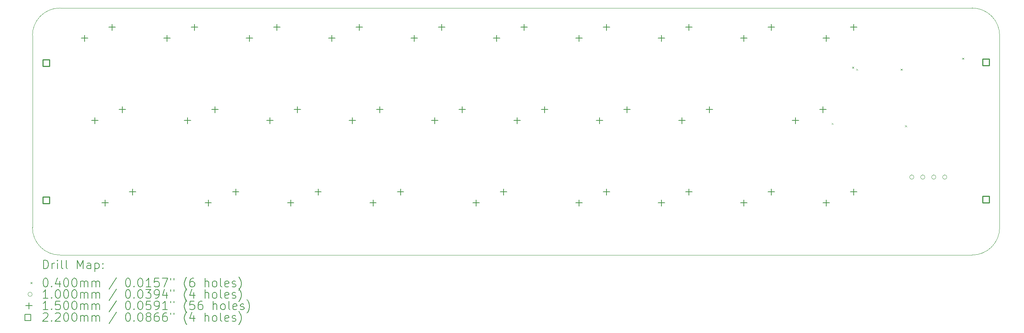
<source format=gbr>
%TF.GenerationSoftware,KiCad,Pcbnew,7.0.7*%
%TF.CreationDate,2023-08-31T12:53:35+10:00*%
%TF.ProjectId,qaz,71617a2e-6b69-4636-9164-5f7063625858,rev?*%
%TF.SameCoordinates,Original*%
%TF.FileFunction,Drillmap*%
%TF.FilePolarity,Positive*%
%FSLAX45Y45*%
G04 Gerber Fmt 4.5, Leading zero omitted, Abs format (unit mm)*
G04 Created by KiCad (PCBNEW 7.0.7) date 2023-08-31 12:53:35*
%MOMM*%
%LPD*%
G01*
G04 APERTURE LIST*
%ADD10C,0.100000*%
%ADD11C,0.200000*%
%ADD12C,0.040000*%
%ADD13C,0.150000*%
%ADD14C,0.220000*%
G04 APERTURE END LIST*
D10*
X27440187Y-3454400D02*
X27440187Y-7899400D01*
X5080000Y-7899400D02*
G75*
G03*
X5715000Y-8534400I635000J0D01*
G01*
X27440190Y-3454400D02*
G75*
G03*
X26805187Y-2819400I-635000J0D01*
G01*
X5080000Y-7899400D02*
X5080000Y-3454400D01*
X5715000Y-2819400D02*
X26805187Y-2819400D01*
X5715000Y-2819400D02*
G75*
G03*
X5080000Y-3454400I0J-635000D01*
G01*
X26805187Y-8534397D02*
G75*
G03*
X27440187Y-7899400I3J634997D01*
G01*
X26805187Y-8534400D02*
X5715000Y-8534400D01*
D11*
D12*
X23555000Y-5475350D02*
X23595000Y-5515350D01*
X23595000Y-5475350D02*
X23555000Y-5515350D01*
X24030000Y-4178350D02*
X24070000Y-4218350D01*
X24070000Y-4178350D02*
X24030000Y-4218350D01*
X24122270Y-4223350D02*
X24162270Y-4263350D01*
X24162270Y-4223350D02*
X24122270Y-4263350D01*
X25151400Y-4221800D02*
X25191400Y-4261800D01*
X25191400Y-4221800D02*
X25151400Y-4261800D01*
X25255000Y-5530000D02*
X25295000Y-5570000D01*
X25295000Y-5530000D02*
X25255000Y-5570000D01*
X26573800Y-3967800D02*
X26613800Y-4007800D01*
X26613800Y-3967800D02*
X26573800Y-4007800D01*
D10*
X25458500Y-6730500D02*
G75*
G03*
X25458500Y-6730500I-50000J0D01*
G01*
X25712500Y-6730500D02*
G75*
G03*
X25712500Y-6730500I-50000J0D01*
G01*
X25966500Y-6730500D02*
G75*
G03*
X25966500Y-6730500I-50000J0D01*
G01*
X26220500Y-6730500D02*
G75*
G03*
X26220500Y-6730500I-50000J0D01*
G01*
D13*
X6286500Y-3442900D02*
X6286500Y-3592900D01*
X6211500Y-3517900D02*
X6361500Y-3517900D01*
X6524625Y-5347900D02*
X6524625Y-5497900D01*
X6449625Y-5422900D02*
X6599625Y-5422900D01*
X6762750Y-7252900D02*
X6762750Y-7402900D01*
X6687750Y-7327900D02*
X6837750Y-7327900D01*
X6921500Y-3188900D02*
X6921500Y-3338900D01*
X6846500Y-3263900D02*
X6996500Y-3263900D01*
X7159625Y-5093900D02*
X7159625Y-5243900D01*
X7084625Y-5168900D02*
X7234625Y-5168900D01*
X7397750Y-6998900D02*
X7397750Y-7148900D01*
X7322750Y-7073900D02*
X7472750Y-7073900D01*
X8191500Y-3442900D02*
X8191500Y-3592900D01*
X8116500Y-3517900D02*
X8266500Y-3517900D01*
X8667750Y-5347900D02*
X8667750Y-5497900D01*
X8592750Y-5422900D02*
X8742750Y-5422900D01*
X8826500Y-3188900D02*
X8826500Y-3338900D01*
X8751500Y-3263900D02*
X8901500Y-3263900D01*
X9144000Y-7252900D02*
X9144000Y-7402900D01*
X9069000Y-7327900D02*
X9219000Y-7327900D01*
X9302750Y-5093900D02*
X9302750Y-5243900D01*
X9227750Y-5168900D02*
X9377750Y-5168900D01*
X9779000Y-6998900D02*
X9779000Y-7148900D01*
X9704000Y-7073900D02*
X9854000Y-7073900D01*
X10096500Y-3442900D02*
X10096500Y-3592900D01*
X10021500Y-3517900D02*
X10171500Y-3517900D01*
X10572750Y-5347900D02*
X10572750Y-5497900D01*
X10497750Y-5422900D02*
X10647750Y-5422900D01*
X10731500Y-3188900D02*
X10731500Y-3338900D01*
X10656500Y-3263900D02*
X10806500Y-3263900D01*
X11049000Y-7252900D02*
X11049000Y-7402900D01*
X10974000Y-7327900D02*
X11124000Y-7327900D01*
X11207750Y-5093900D02*
X11207750Y-5243900D01*
X11132750Y-5168900D02*
X11282750Y-5168900D01*
X11684000Y-6998900D02*
X11684000Y-7148900D01*
X11609000Y-7073900D02*
X11759000Y-7073900D01*
X12001500Y-3442900D02*
X12001500Y-3592900D01*
X11926500Y-3517900D02*
X12076500Y-3517900D01*
X12477750Y-5347900D02*
X12477750Y-5497900D01*
X12402750Y-5422900D02*
X12552750Y-5422900D01*
X12636500Y-3188900D02*
X12636500Y-3338900D01*
X12561500Y-3263900D02*
X12711500Y-3263900D01*
X12954000Y-7252900D02*
X12954000Y-7402900D01*
X12879000Y-7327900D02*
X13029000Y-7327900D01*
X13112750Y-5093900D02*
X13112750Y-5243900D01*
X13037750Y-5168900D02*
X13187750Y-5168900D01*
X13589000Y-6998900D02*
X13589000Y-7148900D01*
X13514000Y-7073900D02*
X13664000Y-7073900D01*
X13906500Y-3442900D02*
X13906500Y-3592900D01*
X13831500Y-3517900D02*
X13981500Y-3517900D01*
X14382750Y-5347900D02*
X14382750Y-5497900D01*
X14307750Y-5422900D02*
X14457750Y-5422900D01*
X14541500Y-3188900D02*
X14541500Y-3338900D01*
X14466500Y-3263900D02*
X14616500Y-3263900D01*
X15017750Y-5093900D02*
X15017750Y-5243900D01*
X14942750Y-5168900D02*
X15092750Y-5168900D01*
X15335250Y-7252900D02*
X15335250Y-7402900D01*
X15260250Y-7327900D02*
X15410250Y-7327900D01*
X15811500Y-3442900D02*
X15811500Y-3592900D01*
X15736500Y-3517900D02*
X15886500Y-3517900D01*
X15970250Y-6998900D02*
X15970250Y-7148900D01*
X15895250Y-7073900D02*
X16045250Y-7073900D01*
X16287750Y-5347900D02*
X16287750Y-5497900D01*
X16212750Y-5422900D02*
X16362750Y-5422900D01*
X16446500Y-3188900D02*
X16446500Y-3338900D01*
X16371500Y-3263900D02*
X16521500Y-3263900D01*
X16922750Y-5093900D02*
X16922750Y-5243900D01*
X16847750Y-5168900D02*
X16997750Y-5168900D01*
X17716500Y-3442900D02*
X17716500Y-3592900D01*
X17641500Y-3517900D02*
X17791500Y-3517900D01*
X17716500Y-7252900D02*
X17716500Y-7402900D01*
X17641500Y-7327900D02*
X17791500Y-7327900D01*
X18192750Y-5347900D02*
X18192750Y-5497900D01*
X18117750Y-5422900D02*
X18267750Y-5422900D01*
X18351500Y-3188900D02*
X18351500Y-3338900D01*
X18276500Y-3263900D02*
X18426500Y-3263900D01*
X18351500Y-6998900D02*
X18351500Y-7148900D01*
X18276500Y-7073900D02*
X18426500Y-7073900D01*
X18827750Y-5093900D02*
X18827750Y-5243900D01*
X18752750Y-5168900D02*
X18902750Y-5168900D01*
X19621500Y-3442900D02*
X19621500Y-3592900D01*
X19546500Y-3517900D02*
X19696500Y-3517900D01*
X19621500Y-7252900D02*
X19621500Y-7402900D01*
X19546500Y-7327900D02*
X19696500Y-7327900D01*
X20097750Y-5347900D02*
X20097750Y-5497900D01*
X20022750Y-5422900D02*
X20172750Y-5422900D01*
X20256500Y-3188900D02*
X20256500Y-3338900D01*
X20181500Y-3263900D02*
X20331500Y-3263900D01*
X20256500Y-6998900D02*
X20256500Y-7148900D01*
X20181500Y-7073900D02*
X20331500Y-7073900D01*
X20732750Y-5093900D02*
X20732750Y-5243900D01*
X20657750Y-5168900D02*
X20807750Y-5168900D01*
X21526500Y-3442900D02*
X21526500Y-3592900D01*
X21451500Y-3517900D02*
X21601500Y-3517900D01*
X21526500Y-7252900D02*
X21526500Y-7402900D01*
X21451500Y-7327900D02*
X21601500Y-7327900D01*
X22161500Y-3188900D02*
X22161500Y-3338900D01*
X22086500Y-3263900D02*
X22236500Y-3263900D01*
X22161500Y-6998900D02*
X22161500Y-7148900D01*
X22086500Y-7073900D02*
X22236500Y-7073900D01*
X22717125Y-5347900D02*
X22717125Y-5497900D01*
X22642125Y-5422900D02*
X22792125Y-5422900D01*
X23352125Y-5093900D02*
X23352125Y-5243900D01*
X23277125Y-5168900D02*
X23427125Y-5168900D01*
X23431500Y-3442900D02*
X23431500Y-3592900D01*
X23356500Y-3517900D02*
X23506500Y-3517900D01*
X23431500Y-7252900D02*
X23431500Y-7402900D01*
X23356500Y-7327900D02*
X23506500Y-7327900D01*
X24066500Y-3188900D02*
X24066500Y-3338900D01*
X23991500Y-3263900D02*
X24141500Y-3263900D01*
X24066500Y-6998900D02*
X24066500Y-7148900D01*
X23991500Y-7073900D02*
X24141500Y-7073900D01*
D14*
X5475283Y-4167182D02*
X5475283Y-4011617D01*
X5319718Y-4011617D01*
X5319718Y-4167182D01*
X5475283Y-4167182D01*
X5475283Y-7342182D02*
X5475283Y-7186617D01*
X5319718Y-7186617D01*
X5319718Y-7342182D01*
X5475283Y-7342182D01*
X27202782Y-4152782D02*
X27202782Y-3997217D01*
X27047217Y-3997217D01*
X27047217Y-4152782D01*
X27202782Y-4152782D01*
X27202782Y-7327782D02*
X27202782Y-7172217D01*
X27047217Y-7172217D01*
X27047217Y-7327782D01*
X27202782Y-7327782D01*
D11*
X5335777Y-8850884D02*
X5335777Y-8650884D01*
X5335777Y-8650884D02*
X5383396Y-8650884D01*
X5383396Y-8650884D02*
X5411967Y-8660408D01*
X5411967Y-8660408D02*
X5431015Y-8679455D01*
X5431015Y-8679455D02*
X5440539Y-8698503D01*
X5440539Y-8698503D02*
X5450063Y-8736598D01*
X5450063Y-8736598D02*
X5450063Y-8765170D01*
X5450063Y-8765170D02*
X5440539Y-8803265D01*
X5440539Y-8803265D02*
X5431015Y-8822312D01*
X5431015Y-8822312D02*
X5411967Y-8841360D01*
X5411967Y-8841360D02*
X5383396Y-8850884D01*
X5383396Y-8850884D02*
X5335777Y-8850884D01*
X5535777Y-8850884D02*
X5535777Y-8717550D01*
X5535777Y-8755646D02*
X5545301Y-8736598D01*
X5545301Y-8736598D02*
X5554824Y-8727074D01*
X5554824Y-8727074D02*
X5573872Y-8717550D01*
X5573872Y-8717550D02*
X5592920Y-8717550D01*
X5659586Y-8850884D02*
X5659586Y-8717550D01*
X5659586Y-8650884D02*
X5650062Y-8660408D01*
X5650062Y-8660408D02*
X5659586Y-8669931D01*
X5659586Y-8669931D02*
X5669110Y-8660408D01*
X5669110Y-8660408D02*
X5659586Y-8650884D01*
X5659586Y-8650884D02*
X5659586Y-8669931D01*
X5783396Y-8850884D02*
X5764348Y-8841360D01*
X5764348Y-8841360D02*
X5754824Y-8822312D01*
X5754824Y-8822312D02*
X5754824Y-8650884D01*
X5888158Y-8850884D02*
X5869110Y-8841360D01*
X5869110Y-8841360D02*
X5859586Y-8822312D01*
X5859586Y-8822312D02*
X5859586Y-8650884D01*
X6116729Y-8850884D02*
X6116729Y-8650884D01*
X6116729Y-8650884D02*
X6183396Y-8793741D01*
X6183396Y-8793741D02*
X6250062Y-8650884D01*
X6250062Y-8650884D02*
X6250062Y-8850884D01*
X6431015Y-8850884D02*
X6431015Y-8746122D01*
X6431015Y-8746122D02*
X6421491Y-8727074D01*
X6421491Y-8727074D02*
X6402443Y-8717550D01*
X6402443Y-8717550D02*
X6364348Y-8717550D01*
X6364348Y-8717550D02*
X6345301Y-8727074D01*
X6431015Y-8841360D02*
X6411967Y-8850884D01*
X6411967Y-8850884D02*
X6364348Y-8850884D01*
X6364348Y-8850884D02*
X6345301Y-8841360D01*
X6345301Y-8841360D02*
X6335777Y-8822312D01*
X6335777Y-8822312D02*
X6335777Y-8803265D01*
X6335777Y-8803265D02*
X6345301Y-8784217D01*
X6345301Y-8784217D02*
X6364348Y-8774693D01*
X6364348Y-8774693D02*
X6411967Y-8774693D01*
X6411967Y-8774693D02*
X6431015Y-8765170D01*
X6526253Y-8717550D02*
X6526253Y-8917550D01*
X6526253Y-8727074D02*
X6545301Y-8717550D01*
X6545301Y-8717550D02*
X6583396Y-8717550D01*
X6583396Y-8717550D02*
X6602443Y-8727074D01*
X6602443Y-8727074D02*
X6611967Y-8736598D01*
X6611967Y-8736598D02*
X6621491Y-8755646D01*
X6621491Y-8755646D02*
X6621491Y-8812789D01*
X6621491Y-8812789D02*
X6611967Y-8831836D01*
X6611967Y-8831836D02*
X6602443Y-8841360D01*
X6602443Y-8841360D02*
X6583396Y-8850884D01*
X6583396Y-8850884D02*
X6545301Y-8850884D01*
X6545301Y-8850884D02*
X6526253Y-8841360D01*
X6707205Y-8831836D02*
X6716729Y-8841360D01*
X6716729Y-8841360D02*
X6707205Y-8850884D01*
X6707205Y-8850884D02*
X6697682Y-8841360D01*
X6697682Y-8841360D02*
X6707205Y-8831836D01*
X6707205Y-8831836D02*
X6707205Y-8850884D01*
X6707205Y-8727074D02*
X6716729Y-8736598D01*
X6716729Y-8736598D02*
X6707205Y-8746122D01*
X6707205Y-8746122D02*
X6697682Y-8736598D01*
X6697682Y-8736598D02*
X6707205Y-8727074D01*
X6707205Y-8727074D02*
X6707205Y-8746122D01*
D12*
X5035000Y-9159400D02*
X5075000Y-9199400D01*
X5075000Y-9159400D02*
X5035000Y-9199400D01*
D11*
X5373872Y-9070884D02*
X5392920Y-9070884D01*
X5392920Y-9070884D02*
X5411967Y-9080408D01*
X5411967Y-9080408D02*
X5421491Y-9089931D01*
X5421491Y-9089931D02*
X5431015Y-9108979D01*
X5431015Y-9108979D02*
X5440539Y-9147074D01*
X5440539Y-9147074D02*
X5440539Y-9194693D01*
X5440539Y-9194693D02*
X5431015Y-9232789D01*
X5431015Y-9232789D02*
X5421491Y-9251836D01*
X5421491Y-9251836D02*
X5411967Y-9261360D01*
X5411967Y-9261360D02*
X5392920Y-9270884D01*
X5392920Y-9270884D02*
X5373872Y-9270884D01*
X5373872Y-9270884D02*
X5354824Y-9261360D01*
X5354824Y-9261360D02*
X5345301Y-9251836D01*
X5345301Y-9251836D02*
X5335777Y-9232789D01*
X5335777Y-9232789D02*
X5326253Y-9194693D01*
X5326253Y-9194693D02*
X5326253Y-9147074D01*
X5326253Y-9147074D02*
X5335777Y-9108979D01*
X5335777Y-9108979D02*
X5345301Y-9089931D01*
X5345301Y-9089931D02*
X5354824Y-9080408D01*
X5354824Y-9080408D02*
X5373872Y-9070884D01*
X5526253Y-9251836D02*
X5535777Y-9261360D01*
X5535777Y-9261360D02*
X5526253Y-9270884D01*
X5526253Y-9270884D02*
X5516729Y-9261360D01*
X5516729Y-9261360D02*
X5526253Y-9251836D01*
X5526253Y-9251836D02*
X5526253Y-9270884D01*
X5707205Y-9137550D02*
X5707205Y-9270884D01*
X5659586Y-9061360D02*
X5611967Y-9204217D01*
X5611967Y-9204217D02*
X5735777Y-9204217D01*
X5850062Y-9070884D02*
X5869110Y-9070884D01*
X5869110Y-9070884D02*
X5888158Y-9080408D01*
X5888158Y-9080408D02*
X5897682Y-9089931D01*
X5897682Y-9089931D02*
X5907205Y-9108979D01*
X5907205Y-9108979D02*
X5916729Y-9147074D01*
X5916729Y-9147074D02*
X5916729Y-9194693D01*
X5916729Y-9194693D02*
X5907205Y-9232789D01*
X5907205Y-9232789D02*
X5897682Y-9251836D01*
X5897682Y-9251836D02*
X5888158Y-9261360D01*
X5888158Y-9261360D02*
X5869110Y-9270884D01*
X5869110Y-9270884D02*
X5850062Y-9270884D01*
X5850062Y-9270884D02*
X5831015Y-9261360D01*
X5831015Y-9261360D02*
X5821491Y-9251836D01*
X5821491Y-9251836D02*
X5811967Y-9232789D01*
X5811967Y-9232789D02*
X5802443Y-9194693D01*
X5802443Y-9194693D02*
X5802443Y-9147074D01*
X5802443Y-9147074D02*
X5811967Y-9108979D01*
X5811967Y-9108979D02*
X5821491Y-9089931D01*
X5821491Y-9089931D02*
X5831015Y-9080408D01*
X5831015Y-9080408D02*
X5850062Y-9070884D01*
X6040539Y-9070884D02*
X6059586Y-9070884D01*
X6059586Y-9070884D02*
X6078634Y-9080408D01*
X6078634Y-9080408D02*
X6088158Y-9089931D01*
X6088158Y-9089931D02*
X6097682Y-9108979D01*
X6097682Y-9108979D02*
X6107205Y-9147074D01*
X6107205Y-9147074D02*
X6107205Y-9194693D01*
X6107205Y-9194693D02*
X6097682Y-9232789D01*
X6097682Y-9232789D02*
X6088158Y-9251836D01*
X6088158Y-9251836D02*
X6078634Y-9261360D01*
X6078634Y-9261360D02*
X6059586Y-9270884D01*
X6059586Y-9270884D02*
X6040539Y-9270884D01*
X6040539Y-9270884D02*
X6021491Y-9261360D01*
X6021491Y-9261360D02*
X6011967Y-9251836D01*
X6011967Y-9251836D02*
X6002443Y-9232789D01*
X6002443Y-9232789D02*
X5992920Y-9194693D01*
X5992920Y-9194693D02*
X5992920Y-9147074D01*
X5992920Y-9147074D02*
X6002443Y-9108979D01*
X6002443Y-9108979D02*
X6011967Y-9089931D01*
X6011967Y-9089931D02*
X6021491Y-9080408D01*
X6021491Y-9080408D02*
X6040539Y-9070884D01*
X6192920Y-9270884D02*
X6192920Y-9137550D01*
X6192920Y-9156598D02*
X6202443Y-9147074D01*
X6202443Y-9147074D02*
X6221491Y-9137550D01*
X6221491Y-9137550D02*
X6250063Y-9137550D01*
X6250063Y-9137550D02*
X6269110Y-9147074D01*
X6269110Y-9147074D02*
X6278634Y-9166122D01*
X6278634Y-9166122D02*
X6278634Y-9270884D01*
X6278634Y-9166122D02*
X6288158Y-9147074D01*
X6288158Y-9147074D02*
X6307205Y-9137550D01*
X6307205Y-9137550D02*
X6335777Y-9137550D01*
X6335777Y-9137550D02*
X6354824Y-9147074D01*
X6354824Y-9147074D02*
X6364348Y-9166122D01*
X6364348Y-9166122D02*
X6364348Y-9270884D01*
X6459586Y-9270884D02*
X6459586Y-9137550D01*
X6459586Y-9156598D02*
X6469110Y-9147074D01*
X6469110Y-9147074D02*
X6488158Y-9137550D01*
X6488158Y-9137550D02*
X6516729Y-9137550D01*
X6516729Y-9137550D02*
X6535777Y-9147074D01*
X6535777Y-9147074D02*
X6545301Y-9166122D01*
X6545301Y-9166122D02*
X6545301Y-9270884D01*
X6545301Y-9166122D02*
X6554824Y-9147074D01*
X6554824Y-9147074D02*
X6573872Y-9137550D01*
X6573872Y-9137550D02*
X6602443Y-9137550D01*
X6602443Y-9137550D02*
X6621491Y-9147074D01*
X6621491Y-9147074D02*
X6631015Y-9166122D01*
X6631015Y-9166122D02*
X6631015Y-9270884D01*
X7021491Y-9061360D02*
X6850063Y-9318503D01*
X7278634Y-9070884D02*
X7297682Y-9070884D01*
X7297682Y-9070884D02*
X7316729Y-9080408D01*
X7316729Y-9080408D02*
X7326253Y-9089931D01*
X7326253Y-9089931D02*
X7335777Y-9108979D01*
X7335777Y-9108979D02*
X7345301Y-9147074D01*
X7345301Y-9147074D02*
X7345301Y-9194693D01*
X7345301Y-9194693D02*
X7335777Y-9232789D01*
X7335777Y-9232789D02*
X7326253Y-9251836D01*
X7326253Y-9251836D02*
X7316729Y-9261360D01*
X7316729Y-9261360D02*
X7297682Y-9270884D01*
X7297682Y-9270884D02*
X7278634Y-9270884D01*
X7278634Y-9270884D02*
X7259586Y-9261360D01*
X7259586Y-9261360D02*
X7250063Y-9251836D01*
X7250063Y-9251836D02*
X7240539Y-9232789D01*
X7240539Y-9232789D02*
X7231015Y-9194693D01*
X7231015Y-9194693D02*
X7231015Y-9147074D01*
X7231015Y-9147074D02*
X7240539Y-9108979D01*
X7240539Y-9108979D02*
X7250063Y-9089931D01*
X7250063Y-9089931D02*
X7259586Y-9080408D01*
X7259586Y-9080408D02*
X7278634Y-9070884D01*
X7431015Y-9251836D02*
X7440539Y-9261360D01*
X7440539Y-9261360D02*
X7431015Y-9270884D01*
X7431015Y-9270884D02*
X7421491Y-9261360D01*
X7421491Y-9261360D02*
X7431015Y-9251836D01*
X7431015Y-9251836D02*
X7431015Y-9270884D01*
X7564348Y-9070884D02*
X7583396Y-9070884D01*
X7583396Y-9070884D02*
X7602444Y-9080408D01*
X7602444Y-9080408D02*
X7611967Y-9089931D01*
X7611967Y-9089931D02*
X7621491Y-9108979D01*
X7621491Y-9108979D02*
X7631015Y-9147074D01*
X7631015Y-9147074D02*
X7631015Y-9194693D01*
X7631015Y-9194693D02*
X7621491Y-9232789D01*
X7621491Y-9232789D02*
X7611967Y-9251836D01*
X7611967Y-9251836D02*
X7602444Y-9261360D01*
X7602444Y-9261360D02*
X7583396Y-9270884D01*
X7583396Y-9270884D02*
X7564348Y-9270884D01*
X7564348Y-9270884D02*
X7545301Y-9261360D01*
X7545301Y-9261360D02*
X7535777Y-9251836D01*
X7535777Y-9251836D02*
X7526253Y-9232789D01*
X7526253Y-9232789D02*
X7516729Y-9194693D01*
X7516729Y-9194693D02*
X7516729Y-9147074D01*
X7516729Y-9147074D02*
X7526253Y-9108979D01*
X7526253Y-9108979D02*
X7535777Y-9089931D01*
X7535777Y-9089931D02*
X7545301Y-9080408D01*
X7545301Y-9080408D02*
X7564348Y-9070884D01*
X7821491Y-9270884D02*
X7707206Y-9270884D01*
X7764348Y-9270884D02*
X7764348Y-9070884D01*
X7764348Y-9070884D02*
X7745301Y-9099455D01*
X7745301Y-9099455D02*
X7726253Y-9118503D01*
X7726253Y-9118503D02*
X7707206Y-9128027D01*
X8002444Y-9070884D02*
X7907206Y-9070884D01*
X7907206Y-9070884D02*
X7897682Y-9166122D01*
X7897682Y-9166122D02*
X7907206Y-9156598D01*
X7907206Y-9156598D02*
X7926253Y-9147074D01*
X7926253Y-9147074D02*
X7973872Y-9147074D01*
X7973872Y-9147074D02*
X7992920Y-9156598D01*
X7992920Y-9156598D02*
X8002444Y-9166122D01*
X8002444Y-9166122D02*
X8011967Y-9185170D01*
X8011967Y-9185170D02*
X8011967Y-9232789D01*
X8011967Y-9232789D02*
X8002444Y-9251836D01*
X8002444Y-9251836D02*
X7992920Y-9261360D01*
X7992920Y-9261360D02*
X7973872Y-9270884D01*
X7973872Y-9270884D02*
X7926253Y-9270884D01*
X7926253Y-9270884D02*
X7907206Y-9261360D01*
X7907206Y-9261360D02*
X7897682Y-9251836D01*
X8078634Y-9070884D02*
X8211967Y-9070884D01*
X8211967Y-9070884D02*
X8126253Y-9270884D01*
X8278634Y-9070884D02*
X8278634Y-9108979D01*
X8354825Y-9070884D02*
X8354825Y-9108979D01*
X8650063Y-9347074D02*
X8640539Y-9337550D01*
X8640539Y-9337550D02*
X8621491Y-9308979D01*
X8621491Y-9308979D02*
X8611968Y-9289931D01*
X8611968Y-9289931D02*
X8602444Y-9261360D01*
X8602444Y-9261360D02*
X8592920Y-9213741D01*
X8592920Y-9213741D02*
X8592920Y-9175646D01*
X8592920Y-9175646D02*
X8602444Y-9128027D01*
X8602444Y-9128027D02*
X8611968Y-9099455D01*
X8611968Y-9099455D02*
X8621491Y-9080408D01*
X8621491Y-9080408D02*
X8640539Y-9051836D01*
X8640539Y-9051836D02*
X8650063Y-9042312D01*
X8811968Y-9070884D02*
X8773872Y-9070884D01*
X8773872Y-9070884D02*
X8754825Y-9080408D01*
X8754825Y-9080408D02*
X8745301Y-9089931D01*
X8745301Y-9089931D02*
X8726253Y-9118503D01*
X8726253Y-9118503D02*
X8716730Y-9156598D01*
X8716730Y-9156598D02*
X8716730Y-9232789D01*
X8716730Y-9232789D02*
X8726253Y-9251836D01*
X8726253Y-9251836D02*
X8735777Y-9261360D01*
X8735777Y-9261360D02*
X8754825Y-9270884D01*
X8754825Y-9270884D02*
X8792920Y-9270884D01*
X8792920Y-9270884D02*
X8811968Y-9261360D01*
X8811968Y-9261360D02*
X8821491Y-9251836D01*
X8821491Y-9251836D02*
X8831015Y-9232789D01*
X8831015Y-9232789D02*
X8831015Y-9185170D01*
X8831015Y-9185170D02*
X8821491Y-9166122D01*
X8821491Y-9166122D02*
X8811968Y-9156598D01*
X8811968Y-9156598D02*
X8792920Y-9147074D01*
X8792920Y-9147074D02*
X8754825Y-9147074D01*
X8754825Y-9147074D02*
X8735777Y-9156598D01*
X8735777Y-9156598D02*
X8726253Y-9166122D01*
X8726253Y-9166122D02*
X8716730Y-9185170D01*
X9069111Y-9270884D02*
X9069111Y-9070884D01*
X9154825Y-9270884D02*
X9154825Y-9166122D01*
X9154825Y-9166122D02*
X9145301Y-9147074D01*
X9145301Y-9147074D02*
X9126253Y-9137550D01*
X9126253Y-9137550D02*
X9097682Y-9137550D01*
X9097682Y-9137550D02*
X9078634Y-9147074D01*
X9078634Y-9147074D02*
X9069111Y-9156598D01*
X9278634Y-9270884D02*
X9259587Y-9261360D01*
X9259587Y-9261360D02*
X9250063Y-9251836D01*
X9250063Y-9251836D02*
X9240539Y-9232789D01*
X9240539Y-9232789D02*
X9240539Y-9175646D01*
X9240539Y-9175646D02*
X9250063Y-9156598D01*
X9250063Y-9156598D02*
X9259587Y-9147074D01*
X9259587Y-9147074D02*
X9278634Y-9137550D01*
X9278634Y-9137550D02*
X9307206Y-9137550D01*
X9307206Y-9137550D02*
X9326253Y-9147074D01*
X9326253Y-9147074D02*
X9335777Y-9156598D01*
X9335777Y-9156598D02*
X9345301Y-9175646D01*
X9345301Y-9175646D02*
X9345301Y-9232789D01*
X9345301Y-9232789D02*
X9335777Y-9251836D01*
X9335777Y-9251836D02*
X9326253Y-9261360D01*
X9326253Y-9261360D02*
X9307206Y-9270884D01*
X9307206Y-9270884D02*
X9278634Y-9270884D01*
X9459587Y-9270884D02*
X9440539Y-9261360D01*
X9440539Y-9261360D02*
X9431015Y-9242312D01*
X9431015Y-9242312D02*
X9431015Y-9070884D01*
X9611968Y-9261360D02*
X9592920Y-9270884D01*
X9592920Y-9270884D02*
X9554825Y-9270884D01*
X9554825Y-9270884D02*
X9535777Y-9261360D01*
X9535777Y-9261360D02*
X9526253Y-9242312D01*
X9526253Y-9242312D02*
X9526253Y-9166122D01*
X9526253Y-9166122D02*
X9535777Y-9147074D01*
X9535777Y-9147074D02*
X9554825Y-9137550D01*
X9554825Y-9137550D02*
X9592920Y-9137550D01*
X9592920Y-9137550D02*
X9611968Y-9147074D01*
X9611968Y-9147074D02*
X9621492Y-9166122D01*
X9621492Y-9166122D02*
X9621492Y-9185170D01*
X9621492Y-9185170D02*
X9526253Y-9204217D01*
X9697682Y-9261360D02*
X9716730Y-9270884D01*
X9716730Y-9270884D02*
X9754825Y-9270884D01*
X9754825Y-9270884D02*
X9773873Y-9261360D01*
X9773873Y-9261360D02*
X9783396Y-9242312D01*
X9783396Y-9242312D02*
X9783396Y-9232789D01*
X9783396Y-9232789D02*
X9773873Y-9213741D01*
X9773873Y-9213741D02*
X9754825Y-9204217D01*
X9754825Y-9204217D02*
X9726253Y-9204217D01*
X9726253Y-9204217D02*
X9707206Y-9194693D01*
X9707206Y-9194693D02*
X9697682Y-9175646D01*
X9697682Y-9175646D02*
X9697682Y-9166122D01*
X9697682Y-9166122D02*
X9707206Y-9147074D01*
X9707206Y-9147074D02*
X9726253Y-9137550D01*
X9726253Y-9137550D02*
X9754825Y-9137550D01*
X9754825Y-9137550D02*
X9773873Y-9147074D01*
X9850063Y-9347074D02*
X9859587Y-9337550D01*
X9859587Y-9337550D02*
X9878634Y-9308979D01*
X9878634Y-9308979D02*
X9888158Y-9289931D01*
X9888158Y-9289931D02*
X9897682Y-9261360D01*
X9897682Y-9261360D02*
X9907206Y-9213741D01*
X9907206Y-9213741D02*
X9907206Y-9175646D01*
X9907206Y-9175646D02*
X9897682Y-9128027D01*
X9897682Y-9128027D02*
X9888158Y-9099455D01*
X9888158Y-9099455D02*
X9878634Y-9080408D01*
X9878634Y-9080408D02*
X9859587Y-9051836D01*
X9859587Y-9051836D02*
X9850063Y-9042312D01*
D10*
X5075000Y-9443400D02*
G75*
G03*
X5075000Y-9443400I-50000J0D01*
G01*
D11*
X5440539Y-9534884D02*
X5326253Y-9534884D01*
X5383396Y-9534884D02*
X5383396Y-9334884D01*
X5383396Y-9334884D02*
X5364348Y-9363455D01*
X5364348Y-9363455D02*
X5345301Y-9382503D01*
X5345301Y-9382503D02*
X5326253Y-9392027D01*
X5526253Y-9515836D02*
X5535777Y-9525360D01*
X5535777Y-9525360D02*
X5526253Y-9534884D01*
X5526253Y-9534884D02*
X5516729Y-9525360D01*
X5516729Y-9525360D02*
X5526253Y-9515836D01*
X5526253Y-9515836D02*
X5526253Y-9534884D01*
X5659586Y-9334884D02*
X5678634Y-9334884D01*
X5678634Y-9334884D02*
X5697682Y-9344408D01*
X5697682Y-9344408D02*
X5707205Y-9353931D01*
X5707205Y-9353931D02*
X5716729Y-9372979D01*
X5716729Y-9372979D02*
X5726253Y-9411074D01*
X5726253Y-9411074D02*
X5726253Y-9458693D01*
X5726253Y-9458693D02*
X5716729Y-9496789D01*
X5716729Y-9496789D02*
X5707205Y-9515836D01*
X5707205Y-9515836D02*
X5697682Y-9525360D01*
X5697682Y-9525360D02*
X5678634Y-9534884D01*
X5678634Y-9534884D02*
X5659586Y-9534884D01*
X5659586Y-9534884D02*
X5640539Y-9525360D01*
X5640539Y-9525360D02*
X5631015Y-9515836D01*
X5631015Y-9515836D02*
X5621491Y-9496789D01*
X5621491Y-9496789D02*
X5611967Y-9458693D01*
X5611967Y-9458693D02*
X5611967Y-9411074D01*
X5611967Y-9411074D02*
X5621491Y-9372979D01*
X5621491Y-9372979D02*
X5631015Y-9353931D01*
X5631015Y-9353931D02*
X5640539Y-9344408D01*
X5640539Y-9344408D02*
X5659586Y-9334884D01*
X5850062Y-9334884D02*
X5869110Y-9334884D01*
X5869110Y-9334884D02*
X5888158Y-9344408D01*
X5888158Y-9344408D02*
X5897682Y-9353931D01*
X5897682Y-9353931D02*
X5907205Y-9372979D01*
X5907205Y-9372979D02*
X5916729Y-9411074D01*
X5916729Y-9411074D02*
X5916729Y-9458693D01*
X5916729Y-9458693D02*
X5907205Y-9496789D01*
X5907205Y-9496789D02*
X5897682Y-9515836D01*
X5897682Y-9515836D02*
X5888158Y-9525360D01*
X5888158Y-9525360D02*
X5869110Y-9534884D01*
X5869110Y-9534884D02*
X5850062Y-9534884D01*
X5850062Y-9534884D02*
X5831015Y-9525360D01*
X5831015Y-9525360D02*
X5821491Y-9515836D01*
X5821491Y-9515836D02*
X5811967Y-9496789D01*
X5811967Y-9496789D02*
X5802443Y-9458693D01*
X5802443Y-9458693D02*
X5802443Y-9411074D01*
X5802443Y-9411074D02*
X5811967Y-9372979D01*
X5811967Y-9372979D02*
X5821491Y-9353931D01*
X5821491Y-9353931D02*
X5831015Y-9344408D01*
X5831015Y-9344408D02*
X5850062Y-9334884D01*
X6040539Y-9334884D02*
X6059586Y-9334884D01*
X6059586Y-9334884D02*
X6078634Y-9344408D01*
X6078634Y-9344408D02*
X6088158Y-9353931D01*
X6088158Y-9353931D02*
X6097682Y-9372979D01*
X6097682Y-9372979D02*
X6107205Y-9411074D01*
X6107205Y-9411074D02*
X6107205Y-9458693D01*
X6107205Y-9458693D02*
X6097682Y-9496789D01*
X6097682Y-9496789D02*
X6088158Y-9515836D01*
X6088158Y-9515836D02*
X6078634Y-9525360D01*
X6078634Y-9525360D02*
X6059586Y-9534884D01*
X6059586Y-9534884D02*
X6040539Y-9534884D01*
X6040539Y-9534884D02*
X6021491Y-9525360D01*
X6021491Y-9525360D02*
X6011967Y-9515836D01*
X6011967Y-9515836D02*
X6002443Y-9496789D01*
X6002443Y-9496789D02*
X5992920Y-9458693D01*
X5992920Y-9458693D02*
X5992920Y-9411074D01*
X5992920Y-9411074D02*
X6002443Y-9372979D01*
X6002443Y-9372979D02*
X6011967Y-9353931D01*
X6011967Y-9353931D02*
X6021491Y-9344408D01*
X6021491Y-9344408D02*
X6040539Y-9334884D01*
X6192920Y-9534884D02*
X6192920Y-9401550D01*
X6192920Y-9420598D02*
X6202443Y-9411074D01*
X6202443Y-9411074D02*
X6221491Y-9401550D01*
X6221491Y-9401550D02*
X6250063Y-9401550D01*
X6250063Y-9401550D02*
X6269110Y-9411074D01*
X6269110Y-9411074D02*
X6278634Y-9430122D01*
X6278634Y-9430122D02*
X6278634Y-9534884D01*
X6278634Y-9430122D02*
X6288158Y-9411074D01*
X6288158Y-9411074D02*
X6307205Y-9401550D01*
X6307205Y-9401550D02*
X6335777Y-9401550D01*
X6335777Y-9401550D02*
X6354824Y-9411074D01*
X6354824Y-9411074D02*
X6364348Y-9430122D01*
X6364348Y-9430122D02*
X6364348Y-9534884D01*
X6459586Y-9534884D02*
X6459586Y-9401550D01*
X6459586Y-9420598D02*
X6469110Y-9411074D01*
X6469110Y-9411074D02*
X6488158Y-9401550D01*
X6488158Y-9401550D02*
X6516729Y-9401550D01*
X6516729Y-9401550D02*
X6535777Y-9411074D01*
X6535777Y-9411074D02*
X6545301Y-9430122D01*
X6545301Y-9430122D02*
X6545301Y-9534884D01*
X6545301Y-9430122D02*
X6554824Y-9411074D01*
X6554824Y-9411074D02*
X6573872Y-9401550D01*
X6573872Y-9401550D02*
X6602443Y-9401550D01*
X6602443Y-9401550D02*
X6621491Y-9411074D01*
X6621491Y-9411074D02*
X6631015Y-9430122D01*
X6631015Y-9430122D02*
X6631015Y-9534884D01*
X7021491Y-9325360D02*
X6850063Y-9582503D01*
X7278634Y-9334884D02*
X7297682Y-9334884D01*
X7297682Y-9334884D02*
X7316729Y-9344408D01*
X7316729Y-9344408D02*
X7326253Y-9353931D01*
X7326253Y-9353931D02*
X7335777Y-9372979D01*
X7335777Y-9372979D02*
X7345301Y-9411074D01*
X7345301Y-9411074D02*
X7345301Y-9458693D01*
X7345301Y-9458693D02*
X7335777Y-9496789D01*
X7335777Y-9496789D02*
X7326253Y-9515836D01*
X7326253Y-9515836D02*
X7316729Y-9525360D01*
X7316729Y-9525360D02*
X7297682Y-9534884D01*
X7297682Y-9534884D02*
X7278634Y-9534884D01*
X7278634Y-9534884D02*
X7259586Y-9525360D01*
X7259586Y-9525360D02*
X7250063Y-9515836D01*
X7250063Y-9515836D02*
X7240539Y-9496789D01*
X7240539Y-9496789D02*
X7231015Y-9458693D01*
X7231015Y-9458693D02*
X7231015Y-9411074D01*
X7231015Y-9411074D02*
X7240539Y-9372979D01*
X7240539Y-9372979D02*
X7250063Y-9353931D01*
X7250063Y-9353931D02*
X7259586Y-9344408D01*
X7259586Y-9344408D02*
X7278634Y-9334884D01*
X7431015Y-9515836D02*
X7440539Y-9525360D01*
X7440539Y-9525360D02*
X7431015Y-9534884D01*
X7431015Y-9534884D02*
X7421491Y-9525360D01*
X7421491Y-9525360D02*
X7431015Y-9515836D01*
X7431015Y-9515836D02*
X7431015Y-9534884D01*
X7564348Y-9334884D02*
X7583396Y-9334884D01*
X7583396Y-9334884D02*
X7602444Y-9344408D01*
X7602444Y-9344408D02*
X7611967Y-9353931D01*
X7611967Y-9353931D02*
X7621491Y-9372979D01*
X7621491Y-9372979D02*
X7631015Y-9411074D01*
X7631015Y-9411074D02*
X7631015Y-9458693D01*
X7631015Y-9458693D02*
X7621491Y-9496789D01*
X7621491Y-9496789D02*
X7611967Y-9515836D01*
X7611967Y-9515836D02*
X7602444Y-9525360D01*
X7602444Y-9525360D02*
X7583396Y-9534884D01*
X7583396Y-9534884D02*
X7564348Y-9534884D01*
X7564348Y-9534884D02*
X7545301Y-9525360D01*
X7545301Y-9525360D02*
X7535777Y-9515836D01*
X7535777Y-9515836D02*
X7526253Y-9496789D01*
X7526253Y-9496789D02*
X7516729Y-9458693D01*
X7516729Y-9458693D02*
X7516729Y-9411074D01*
X7516729Y-9411074D02*
X7526253Y-9372979D01*
X7526253Y-9372979D02*
X7535777Y-9353931D01*
X7535777Y-9353931D02*
X7545301Y-9344408D01*
X7545301Y-9344408D02*
X7564348Y-9334884D01*
X7697682Y-9334884D02*
X7821491Y-9334884D01*
X7821491Y-9334884D02*
X7754825Y-9411074D01*
X7754825Y-9411074D02*
X7783396Y-9411074D01*
X7783396Y-9411074D02*
X7802444Y-9420598D01*
X7802444Y-9420598D02*
X7811967Y-9430122D01*
X7811967Y-9430122D02*
X7821491Y-9449170D01*
X7821491Y-9449170D02*
X7821491Y-9496789D01*
X7821491Y-9496789D02*
X7811967Y-9515836D01*
X7811967Y-9515836D02*
X7802444Y-9525360D01*
X7802444Y-9525360D02*
X7783396Y-9534884D01*
X7783396Y-9534884D02*
X7726253Y-9534884D01*
X7726253Y-9534884D02*
X7707206Y-9525360D01*
X7707206Y-9525360D02*
X7697682Y-9515836D01*
X7916729Y-9534884D02*
X7954825Y-9534884D01*
X7954825Y-9534884D02*
X7973872Y-9525360D01*
X7973872Y-9525360D02*
X7983396Y-9515836D01*
X7983396Y-9515836D02*
X8002444Y-9487265D01*
X8002444Y-9487265D02*
X8011967Y-9449170D01*
X8011967Y-9449170D02*
X8011967Y-9372979D01*
X8011967Y-9372979D02*
X8002444Y-9353931D01*
X8002444Y-9353931D02*
X7992920Y-9344408D01*
X7992920Y-9344408D02*
X7973872Y-9334884D01*
X7973872Y-9334884D02*
X7935777Y-9334884D01*
X7935777Y-9334884D02*
X7916729Y-9344408D01*
X7916729Y-9344408D02*
X7907206Y-9353931D01*
X7907206Y-9353931D02*
X7897682Y-9372979D01*
X7897682Y-9372979D02*
X7897682Y-9420598D01*
X7897682Y-9420598D02*
X7907206Y-9439646D01*
X7907206Y-9439646D02*
X7916729Y-9449170D01*
X7916729Y-9449170D02*
X7935777Y-9458693D01*
X7935777Y-9458693D02*
X7973872Y-9458693D01*
X7973872Y-9458693D02*
X7992920Y-9449170D01*
X7992920Y-9449170D02*
X8002444Y-9439646D01*
X8002444Y-9439646D02*
X8011967Y-9420598D01*
X8183396Y-9401550D02*
X8183396Y-9534884D01*
X8135777Y-9325360D02*
X8088158Y-9468217D01*
X8088158Y-9468217D02*
X8211967Y-9468217D01*
X8278634Y-9334884D02*
X8278634Y-9372979D01*
X8354825Y-9334884D02*
X8354825Y-9372979D01*
X8650063Y-9611074D02*
X8640539Y-9601550D01*
X8640539Y-9601550D02*
X8621491Y-9572979D01*
X8621491Y-9572979D02*
X8611968Y-9553931D01*
X8611968Y-9553931D02*
X8602444Y-9525360D01*
X8602444Y-9525360D02*
X8592920Y-9477741D01*
X8592920Y-9477741D02*
X8592920Y-9439646D01*
X8592920Y-9439646D02*
X8602444Y-9392027D01*
X8602444Y-9392027D02*
X8611968Y-9363455D01*
X8611968Y-9363455D02*
X8621491Y-9344408D01*
X8621491Y-9344408D02*
X8640539Y-9315836D01*
X8640539Y-9315836D02*
X8650063Y-9306312D01*
X8811968Y-9401550D02*
X8811968Y-9534884D01*
X8764349Y-9325360D02*
X8716730Y-9468217D01*
X8716730Y-9468217D02*
X8840539Y-9468217D01*
X9069111Y-9534884D02*
X9069111Y-9334884D01*
X9154825Y-9534884D02*
X9154825Y-9430122D01*
X9154825Y-9430122D02*
X9145301Y-9411074D01*
X9145301Y-9411074D02*
X9126253Y-9401550D01*
X9126253Y-9401550D02*
X9097682Y-9401550D01*
X9097682Y-9401550D02*
X9078634Y-9411074D01*
X9078634Y-9411074D02*
X9069111Y-9420598D01*
X9278634Y-9534884D02*
X9259587Y-9525360D01*
X9259587Y-9525360D02*
X9250063Y-9515836D01*
X9250063Y-9515836D02*
X9240539Y-9496789D01*
X9240539Y-9496789D02*
X9240539Y-9439646D01*
X9240539Y-9439646D02*
X9250063Y-9420598D01*
X9250063Y-9420598D02*
X9259587Y-9411074D01*
X9259587Y-9411074D02*
X9278634Y-9401550D01*
X9278634Y-9401550D02*
X9307206Y-9401550D01*
X9307206Y-9401550D02*
X9326253Y-9411074D01*
X9326253Y-9411074D02*
X9335777Y-9420598D01*
X9335777Y-9420598D02*
X9345301Y-9439646D01*
X9345301Y-9439646D02*
X9345301Y-9496789D01*
X9345301Y-9496789D02*
X9335777Y-9515836D01*
X9335777Y-9515836D02*
X9326253Y-9525360D01*
X9326253Y-9525360D02*
X9307206Y-9534884D01*
X9307206Y-9534884D02*
X9278634Y-9534884D01*
X9459587Y-9534884D02*
X9440539Y-9525360D01*
X9440539Y-9525360D02*
X9431015Y-9506312D01*
X9431015Y-9506312D02*
X9431015Y-9334884D01*
X9611968Y-9525360D02*
X9592920Y-9534884D01*
X9592920Y-9534884D02*
X9554825Y-9534884D01*
X9554825Y-9534884D02*
X9535777Y-9525360D01*
X9535777Y-9525360D02*
X9526253Y-9506312D01*
X9526253Y-9506312D02*
X9526253Y-9430122D01*
X9526253Y-9430122D02*
X9535777Y-9411074D01*
X9535777Y-9411074D02*
X9554825Y-9401550D01*
X9554825Y-9401550D02*
X9592920Y-9401550D01*
X9592920Y-9401550D02*
X9611968Y-9411074D01*
X9611968Y-9411074D02*
X9621492Y-9430122D01*
X9621492Y-9430122D02*
X9621492Y-9449170D01*
X9621492Y-9449170D02*
X9526253Y-9468217D01*
X9697682Y-9525360D02*
X9716730Y-9534884D01*
X9716730Y-9534884D02*
X9754825Y-9534884D01*
X9754825Y-9534884D02*
X9773873Y-9525360D01*
X9773873Y-9525360D02*
X9783396Y-9506312D01*
X9783396Y-9506312D02*
X9783396Y-9496789D01*
X9783396Y-9496789D02*
X9773873Y-9477741D01*
X9773873Y-9477741D02*
X9754825Y-9468217D01*
X9754825Y-9468217D02*
X9726253Y-9468217D01*
X9726253Y-9468217D02*
X9707206Y-9458693D01*
X9707206Y-9458693D02*
X9697682Y-9439646D01*
X9697682Y-9439646D02*
X9697682Y-9430122D01*
X9697682Y-9430122D02*
X9707206Y-9411074D01*
X9707206Y-9411074D02*
X9726253Y-9401550D01*
X9726253Y-9401550D02*
X9754825Y-9401550D01*
X9754825Y-9401550D02*
X9773873Y-9411074D01*
X9850063Y-9611074D02*
X9859587Y-9601550D01*
X9859587Y-9601550D02*
X9878634Y-9572979D01*
X9878634Y-9572979D02*
X9888158Y-9553931D01*
X9888158Y-9553931D02*
X9897682Y-9525360D01*
X9897682Y-9525360D02*
X9907206Y-9477741D01*
X9907206Y-9477741D02*
X9907206Y-9439646D01*
X9907206Y-9439646D02*
X9897682Y-9392027D01*
X9897682Y-9392027D02*
X9888158Y-9363455D01*
X9888158Y-9363455D02*
X9878634Y-9344408D01*
X9878634Y-9344408D02*
X9859587Y-9315836D01*
X9859587Y-9315836D02*
X9850063Y-9306312D01*
D13*
X5000000Y-9632400D02*
X5000000Y-9782400D01*
X4925000Y-9707400D02*
X5075000Y-9707400D01*
D11*
X5440539Y-9798884D02*
X5326253Y-9798884D01*
X5383396Y-9798884D02*
X5383396Y-9598884D01*
X5383396Y-9598884D02*
X5364348Y-9627455D01*
X5364348Y-9627455D02*
X5345301Y-9646503D01*
X5345301Y-9646503D02*
X5326253Y-9656027D01*
X5526253Y-9779836D02*
X5535777Y-9789360D01*
X5535777Y-9789360D02*
X5526253Y-9798884D01*
X5526253Y-9798884D02*
X5516729Y-9789360D01*
X5516729Y-9789360D02*
X5526253Y-9779836D01*
X5526253Y-9779836D02*
X5526253Y-9798884D01*
X5716729Y-9598884D02*
X5621491Y-9598884D01*
X5621491Y-9598884D02*
X5611967Y-9694122D01*
X5611967Y-9694122D02*
X5621491Y-9684598D01*
X5621491Y-9684598D02*
X5640539Y-9675074D01*
X5640539Y-9675074D02*
X5688158Y-9675074D01*
X5688158Y-9675074D02*
X5707205Y-9684598D01*
X5707205Y-9684598D02*
X5716729Y-9694122D01*
X5716729Y-9694122D02*
X5726253Y-9713170D01*
X5726253Y-9713170D02*
X5726253Y-9760789D01*
X5726253Y-9760789D02*
X5716729Y-9779836D01*
X5716729Y-9779836D02*
X5707205Y-9789360D01*
X5707205Y-9789360D02*
X5688158Y-9798884D01*
X5688158Y-9798884D02*
X5640539Y-9798884D01*
X5640539Y-9798884D02*
X5621491Y-9789360D01*
X5621491Y-9789360D02*
X5611967Y-9779836D01*
X5850062Y-9598884D02*
X5869110Y-9598884D01*
X5869110Y-9598884D02*
X5888158Y-9608408D01*
X5888158Y-9608408D02*
X5897682Y-9617931D01*
X5897682Y-9617931D02*
X5907205Y-9636979D01*
X5907205Y-9636979D02*
X5916729Y-9675074D01*
X5916729Y-9675074D02*
X5916729Y-9722693D01*
X5916729Y-9722693D02*
X5907205Y-9760789D01*
X5907205Y-9760789D02*
X5897682Y-9779836D01*
X5897682Y-9779836D02*
X5888158Y-9789360D01*
X5888158Y-9789360D02*
X5869110Y-9798884D01*
X5869110Y-9798884D02*
X5850062Y-9798884D01*
X5850062Y-9798884D02*
X5831015Y-9789360D01*
X5831015Y-9789360D02*
X5821491Y-9779836D01*
X5821491Y-9779836D02*
X5811967Y-9760789D01*
X5811967Y-9760789D02*
X5802443Y-9722693D01*
X5802443Y-9722693D02*
X5802443Y-9675074D01*
X5802443Y-9675074D02*
X5811967Y-9636979D01*
X5811967Y-9636979D02*
X5821491Y-9617931D01*
X5821491Y-9617931D02*
X5831015Y-9608408D01*
X5831015Y-9608408D02*
X5850062Y-9598884D01*
X6040539Y-9598884D02*
X6059586Y-9598884D01*
X6059586Y-9598884D02*
X6078634Y-9608408D01*
X6078634Y-9608408D02*
X6088158Y-9617931D01*
X6088158Y-9617931D02*
X6097682Y-9636979D01*
X6097682Y-9636979D02*
X6107205Y-9675074D01*
X6107205Y-9675074D02*
X6107205Y-9722693D01*
X6107205Y-9722693D02*
X6097682Y-9760789D01*
X6097682Y-9760789D02*
X6088158Y-9779836D01*
X6088158Y-9779836D02*
X6078634Y-9789360D01*
X6078634Y-9789360D02*
X6059586Y-9798884D01*
X6059586Y-9798884D02*
X6040539Y-9798884D01*
X6040539Y-9798884D02*
X6021491Y-9789360D01*
X6021491Y-9789360D02*
X6011967Y-9779836D01*
X6011967Y-9779836D02*
X6002443Y-9760789D01*
X6002443Y-9760789D02*
X5992920Y-9722693D01*
X5992920Y-9722693D02*
X5992920Y-9675074D01*
X5992920Y-9675074D02*
X6002443Y-9636979D01*
X6002443Y-9636979D02*
X6011967Y-9617931D01*
X6011967Y-9617931D02*
X6021491Y-9608408D01*
X6021491Y-9608408D02*
X6040539Y-9598884D01*
X6192920Y-9798884D02*
X6192920Y-9665550D01*
X6192920Y-9684598D02*
X6202443Y-9675074D01*
X6202443Y-9675074D02*
X6221491Y-9665550D01*
X6221491Y-9665550D02*
X6250063Y-9665550D01*
X6250063Y-9665550D02*
X6269110Y-9675074D01*
X6269110Y-9675074D02*
X6278634Y-9694122D01*
X6278634Y-9694122D02*
X6278634Y-9798884D01*
X6278634Y-9694122D02*
X6288158Y-9675074D01*
X6288158Y-9675074D02*
X6307205Y-9665550D01*
X6307205Y-9665550D02*
X6335777Y-9665550D01*
X6335777Y-9665550D02*
X6354824Y-9675074D01*
X6354824Y-9675074D02*
X6364348Y-9694122D01*
X6364348Y-9694122D02*
X6364348Y-9798884D01*
X6459586Y-9798884D02*
X6459586Y-9665550D01*
X6459586Y-9684598D02*
X6469110Y-9675074D01*
X6469110Y-9675074D02*
X6488158Y-9665550D01*
X6488158Y-9665550D02*
X6516729Y-9665550D01*
X6516729Y-9665550D02*
X6535777Y-9675074D01*
X6535777Y-9675074D02*
X6545301Y-9694122D01*
X6545301Y-9694122D02*
X6545301Y-9798884D01*
X6545301Y-9694122D02*
X6554824Y-9675074D01*
X6554824Y-9675074D02*
X6573872Y-9665550D01*
X6573872Y-9665550D02*
X6602443Y-9665550D01*
X6602443Y-9665550D02*
X6621491Y-9675074D01*
X6621491Y-9675074D02*
X6631015Y-9694122D01*
X6631015Y-9694122D02*
X6631015Y-9798884D01*
X7021491Y-9589360D02*
X6850063Y-9846503D01*
X7278634Y-9598884D02*
X7297682Y-9598884D01*
X7297682Y-9598884D02*
X7316729Y-9608408D01*
X7316729Y-9608408D02*
X7326253Y-9617931D01*
X7326253Y-9617931D02*
X7335777Y-9636979D01*
X7335777Y-9636979D02*
X7345301Y-9675074D01*
X7345301Y-9675074D02*
X7345301Y-9722693D01*
X7345301Y-9722693D02*
X7335777Y-9760789D01*
X7335777Y-9760789D02*
X7326253Y-9779836D01*
X7326253Y-9779836D02*
X7316729Y-9789360D01*
X7316729Y-9789360D02*
X7297682Y-9798884D01*
X7297682Y-9798884D02*
X7278634Y-9798884D01*
X7278634Y-9798884D02*
X7259586Y-9789360D01*
X7259586Y-9789360D02*
X7250063Y-9779836D01*
X7250063Y-9779836D02*
X7240539Y-9760789D01*
X7240539Y-9760789D02*
X7231015Y-9722693D01*
X7231015Y-9722693D02*
X7231015Y-9675074D01*
X7231015Y-9675074D02*
X7240539Y-9636979D01*
X7240539Y-9636979D02*
X7250063Y-9617931D01*
X7250063Y-9617931D02*
X7259586Y-9608408D01*
X7259586Y-9608408D02*
X7278634Y-9598884D01*
X7431015Y-9779836D02*
X7440539Y-9789360D01*
X7440539Y-9789360D02*
X7431015Y-9798884D01*
X7431015Y-9798884D02*
X7421491Y-9789360D01*
X7421491Y-9789360D02*
X7431015Y-9779836D01*
X7431015Y-9779836D02*
X7431015Y-9798884D01*
X7564348Y-9598884D02*
X7583396Y-9598884D01*
X7583396Y-9598884D02*
X7602444Y-9608408D01*
X7602444Y-9608408D02*
X7611967Y-9617931D01*
X7611967Y-9617931D02*
X7621491Y-9636979D01*
X7621491Y-9636979D02*
X7631015Y-9675074D01*
X7631015Y-9675074D02*
X7631015Y-9722693D01*
X7631015Y-9722693D02*
X7621491Y-9760789D01*
X7621491Y-9760789D02*
X7611967Y-9779836D01*
X7611967Y-9779836D02*
X7602444Y-9789360D01*
X7602444Y-9789360D02*
X7583396Y-9798884D01*
X7583396Y-9798884D02*
X7564348Y-9798884D01*
X7564348Y-9798884D02*
X7545301Y-9789360D01*
X7545301Y-9789360D02*
X7535777Y-9779836D01*
X7535777Y-9779836D02*
X7526253Y-9760789D01*
X7526253Y-9760789D02*
X7516729Y-9722693D01*
X7516729Y-9722693D02*
X7516729Y-9675074D01*
X7516729Y-9675074D02*
X7526253Y-9636979D01*
X7526253Y-9636979D02*
X7535777Y-9617931D01*
X7535777Y-9617931D02*
X7545301Y-9608408D01*
X7545301Y-9608408D02*
X7564348Y-9598884D01*
X7811967Y-9598884D02*
X7716729Y-9598884D01*
X7716729Y-9598884D02*
X7707206Y-9694122D01*
X7707206Y-9694122D02*
X7716729Y-9684598D01*
X7716729Y-9684598D02*
X7735777Y-9675074D01*
X7735777Y-9675074D02*
X7783396Y-9675074D01*
X7783396Y-9675074D02*
X7802444Y-9684598D01*
X7802444Y-9684598D02*
X7811967Y-9694122D01*
X7811967Y-9694122D02*
X7821491Y-9713170D01*
X7821491Y-9713170D02*
X7821491Y-9760789D01*
X7821491Y-9760789D02*
X7811967Y-9779836D01*
X7811967Y-9779836D02*
X7802444Y-9789360D01*
X7802444Y-9789360D02*
X7783396Y-9798884D01*
X7783396Y-9798884D02*
X7735777Y-9798884D01*
X7735777Y-9798884D02*
X7716729Y-9789360D01*
X7716729Y-9789360D02*
X7707206Y-9779836D01*
X7916729Y-9798884D02*
X7954825Y-9798884D01*
X7954825Y-9798884D02*
X7973872Y-9789360D01*
X7973872Y-9789360D02*
X7983396Y-9779836D01*
X7983396Y-9779836D02*
X8002444Y-9751265D01*
X8002444Y-9751265D02*
X8011967Y-9713170D01*
X8011967Y-9713170D02*
X8011967Y-9636979D01*
X8011967Y-9636979D02*
X8002444Y-9617931D01*
X8002444Y-9617931D02*
X7992920Y-9608408D01*
X7992920Y-9608408D02*
X7973872Y-9598884D01*
X7973872Y-9598884D02*
X7935777Y-9598884D01*
X7935777Y-9598884D02*
X7916729Y-9608408D01*
X7916729Y-9608408D02*
X7907206Y-9617931D01*
X7907206Y-9617931D02*
X7897682Y-9636979D01*
X7897682Y-9636979D02*
X7897682Y-9684598D01*
X7897682Y-9684598D02*
X7907206Y-9703646D01*
X7907206Y-9703646D02*
X7916729Y-9713170D01*
X7916729Y-9713170D02*
X7935777Y-9722693D01*
X7935777Y-9722693D02*
X7973872Y-9722693D01*
X7973872Y-9722693D02*
X7992920Y-9713170D01*
X7992920Y-9713170D02*
X8002444Y-9703646D01*
X8002444Y-9703646D02*
X8011967Y-9684598D01*
X8202444Y-9798884D02*
X8088158Y-9798884D01*
X8145301Y-9798884D02*
X8145301Y-9598884D01*
X8145301Y-9598884D02*
X8126253Y-9627455D01*
X8126253Y-9627455D02*
X8107206Y-9646503D01*
X8107206Y-9646503D02*
X8088158Y-9656027D01*
X8278634Y-9598884D02*
X8278634Y-9636979D01*
X8354825Y-9598884D02*
X8354825Y-9636979D01*
X8650063Y-9875074D02*
X8640539Y-9865550D01*
X8640539Y-9865550D02*
X8621491Y-9836979D01*
X8621491Y-9836979D02*
X8611968Y-9817931D01*
X8611968Y-9817931D02*
X8602444Y-9789360D01*
X8602444Y-9789360D02*
X8592920Y-9741741D01*
X8592920Y-9741741D02*
X8592920Y-9703646D01*
X8592920Y-9703646D02*
X8602444Y-9656027D01*
X8602444Y-9656027D02*
X8611968Y-9627455D01*
X8611968Y-9627455D02*
X8621491Y-9608408D01*
X8621491Y-9608408D02*
X8640539Y-9579836D01*
X8640539Y-9579836D02*
X8650063Y-9570312D01*
X8821491Y-9598884D02*
X8726253Y-9598884D01*
X8726253Y-9598884D02*
X8716730Y-9694122D01*
X8716730Y-9694122D02*
X8726253Y-9684598D01*
X8726253Y-9684598D02*
X8745301Y-9675074D01*
X8745301Y-9675074D02*
X8792920Y-9675074D01*
X8792920Y-9675074D02*
X8811968Y-9684598D01*
X8811968Y-9684598D02*
X8821491Y-9694122D01*
X8821491Y-9694122D02*
X8831015Y-9713170D01*
X8831015Y-9713170D02*
X8831015Y-9760789D01*
X8831015Y-9760789D02*
X8821491Y-9779836D01*
X8821491Y-9779836D02*
X8811968Y-9789360D01*
X8811968Y-9789360D02*
X8792920Y-9798884D01*
X8792920Y-9798884D02*
X8745301Y-9798884D01*
X8745301Y-9798884D02*
X8726253Y-9789360D01*
X8726253Y-9789360D02*
X8716730Y-9779836D01*
X9002444Y-9598884D02*
X8964349Y-9598884D01*
X8964349Y-9598884D02*
X8945301Y-9608408D01*
X8945301Y-9608408D02*
X8935777Y-9617931D01*
X8935777Y-9617931D02*
X8916730Y-9646503D01*
X8916730Y-9646503D02*
X8907206Y-9684598D01*
X8907206Y-9684598D02*
X8907206Y-9760789D01*
X8907206Y-9760789D02*
X8916730Y-9779836D01*
X8916730Y-9779836D02*
X8926253Y-9789360D01*
X8926253Y-9789360D02*
X8945301Y-9798884D01*
X8945301Y-9798884D02*
X8983396Y-9798884D01*
X8983396Y-9798884D02*
X9002444Y-9789360D01*
X9002444Y-9789360D02*
X9011968Y-9779836D01*
X9011968Y-9779836D02*
X9021491Y-9760789D01*
X9021491Y-9760789D02*
X9021491Y-9713170D01*
X9021491Y-9713170D02*
X9011968Y-9694122D01*
X9011968Y-9694122D02*
X9002444Y-9684598D01*
X9002444Y-9684598D02*
X8983396Y-9675074D01*
X8983396Y-9675074D02*
X8945301Y-9675074D01*
X8945301Y-9675074D02*
X8926253Y-9684598D01*
X8926253Y-9684598D02*
X8916730Y-9694122D01*
X8916730Y-9694122D02*
X8907206Y-9713170D01*
X9259587Y-9798884D02*
X9259587Y-9598884D01*
X9345301Y-9798884D02*
X9345301Y-9694122D01*
X9345301Y-9694122D02*
X9335777Y-9675074D01*
X9335777Y-9675074D02*
X9316730Y-9665550D01*
X9316730Y-9665550D02*
X9288158Y-9665550D01*
X9288158Y-9665550D02*
X9269111Y-9675074D01*
X9269111Y-9675074D02*
X9259587Y-9684598D01*
X9469111Y-9798884D02*
X9450063Y-9789360D01*
X9450063Y-9789360D02*
X9440539Y-9779836D01*
X9440539Y-9779836D02*
X9431015Y-9760789D01*
X9431015Y-9760789D02*
X9431015Y-9703646D01*
X9431015Y-9703646D02*
X9440539Y-9684598D01*
X9440539Y-9684598D02*
X9450063Y-9675074D01*
X9450063Y-9675074D02*
X9469111Y-9665550D01*
X9469111Y-9665550D02*
X9497682Y-9665550D01*
X9497682Y-9665550D02*
X9516730Y-9675074D01*
X9516730Y-9675074D02*
X9526253Y-9684598D01*
X9526253Y-9684598D02*
X9535777Y-9703646D01*
X9535777Y-9703646D02*
X9535777Y-9760789D01*
X9535777Y-9760789D02*
X9526253Y-9779836D01*
X9526253Y-9779836D02*
X9516730Y-9789360D01*
X9516730Y-9789360D02*
X9497682Y-9798884D01*
X9497682Y-9798884D02*
X9469111Y-9798884D01*
X9650063Y-9798884D02*
X9631015Y-9789360D01*
X9631015Y-9789360D02*
X9621492Y-9770312D01*
X9621492Y-9770312D02*
X9621492Y-9598884D01*
X9802444Y-9789360D02*
X9783396Y-9798884D01*
X9783396Y-9798884D02*
X9745301Y-9798884D01*
X9745301Y-9798884D02*
X9726253Y-9789360D01*
X9726253Y-9789360D02*
X9716730Y-9770312D01*
X9716730Y-9770312D02*
X9716730Y-9694122D01*
X9716730Y-9694122D02*
X9726253Y-9675074D01*
X9726253Y-9675074D02*
X9745301Y-9665550D01*
X9745301Y-9665550D02*
X9783396Y-9665550D01*
X9783396Y-9665550D02*
X9802444Y-9675074D01*
X9802444Y-9675074D02*
X9811968Y-9694122D01*
X9811968Y-9694122D02*
X9811968Y-9713170D01*
X9811968Y-9713170D02*
X9716730Y-9732217D01*
X9888158Y-9789360D02*
X9907206Y-9798884D01*
X9907206Y-9798884D02*
X9945301Y-9798884D01*
X9945301Y-9798884D02*
X9964349Y-9789360D01*
X9964349Y-9789360D02*
X9973873Y-9770312D01*
X9973873Y-9770312D02*
X9973873Y-9760789D01*
X9973873Y-9760789D02*
X9964349Y-9741741D01*
X9964349Y-9741741D02*
X9945301Y-9732217D01*
X9945301Y-9732217D02*
X9916730Y-9732217D01*
X9916730Y-9732217D02*
X9897682Y-9722693D01*
X9897682Y-9722693D02*
X9888158Y-9703646D01*
X9888158Y-9703646D02*
X9888158Y-9694122D01*
X9888158Y-9694122D02*
X9897682Y-9675074D01*
X9897682Y-9675074D02*
X9916730Y-9665550D01*
X9916730Y-9665550D02*
X9945301Y-9665550D01*
X9945301Y-9665550D02*
X9964349Y-9675074D01*
X10040539Y-9875074D02*
X10050063Y-9865550D01*
X10050063Y-9865550D02*
X10069111Y-9836979D01*
X10069111Y-9836979D02*
X10078634Y-9817931D01*
X10078634Y-9817931D02*
X10088158Y-9789360D01*
X10088158Y-9789360D02*
X10097682Y-9741741D01*
X10097682Y-9741741D02*
X10097682Y-9703646D01*
X10097682Y-9703646D02*
X10088158Y-9656027D01*
X10088158Y-9656027D02*
X10078634Y-9627455D01*
X10078634Y-9627455D02*
X10069111Y-9608408D01*
X10069111Y-9608408D02*
X10050063Y-9579836D01*
X10050063Y-9579836D02*
X10040539Y-9570312D01*
X5045711Y-10048111D02*
X5045711Y-9906689D01*
X4904289Y-9906689D01*
X4904289Y-10048111D01*
X5045711Y-10048111D01*
X5326253Y-9887931D02*
X5335777Y-9878408D01*
X5335777Y-9878408D02*
X5354824Y-9868884D01*
X5354824Y-9868884D02*
X5402444Y-9868884D01*
X5402444Y-9868884D02*
X5421491Y-9878408D01*
X5421491Y-9878408D02*
X5431015Y-9887931D01*
X5431015Y-9887931D02*
X5440539Y-9906979D01*
X5440539Y-9906979D02*
X5440539Y-9926027D01*
X5440539Y-9926027D02*
X5431015Y-9954598D01*
X5431015Y-9954598D02*
X5316729Y-10068884D01*
X5316729Y-10068884D02*
X5440539Y-10068884D01*
X5526253Y-10049836D02*
X5535777Y-10059360D01*
X5535777Y-10059360D02*
X5526253Y-10068884D01*
X5526253Y-10068884D02*
X5516729Y-10059360D01*
X5516729Y-10059360D02*
X5526253Y-10049836D01*
X5526253Y-10049836D02*
X5526253Y-10068884D01*
X5611967Y-9887931D02*
X5621491Y-9878408D01*
X5621491Y-9878408D02*
X5640539Y-9868884D01*
X5640539Y-9868884D02*
X5688158Y-9868884D01*
X5688158Y-9868884D02*
X5707205Y-9878408D01*
X5707205Y-9878408D02*
X5716729Y-9887931D01*
X5716729Y-9887931D02*
X5726253Y-9906979D01*
X5726253Y-9906979D02*
X5726253Y-9926027D01*
X5726253Y-9926027D02*
X5716729Y-9954598D01*
X5716729Y-9954598D02*
X5602443Y-10068884D01*
X5602443Y-10068884D02*
X5726253Y-10068884D01*
X5850062Y-9868884D02*
X5869110Y-9868884D01*
X5869110Y-9868884D02*
X5888158Y-9878408D01*
X5888158Y-9878408D02*
X5897682Y-9887931D01*
X5897682Y-9887931D02*
X5907205Y-9906979D01*
X5907205Y-9906979D02*
X5916729Y-9945074D01*
X5916729Y-9945074D02*
X5916729Y-9992693D01*
X5916729Y-9992693D02*
X5907205Y-10030789D01*
X5907205Y-10030789D02*
X5897682Y-10049836D01*
X5897682Y-10049836D02*
X5888158Y-10059360D01*
X5888158Y-10059360D02*
X5869110Y-10068884D01*
X5869110Y-10068884D02*
X5850062Y-10068884D01*
X5850062Y-10068884D02*
X5831015Y-10059360D01*
X5831015Y-10059360D02*
X5821491Y-10049836D01*
X5821491Y-10049836D02*
X5811967Y-10030789D01*
X5811967Y-10030789D02*
X5802443Y-9992693D01*
X5802443Y-9992693D02*
X5802443Y-9945074D01*
X5802443Y-9945074D02*
X5811967Y-9906979D01*
X5811967Y-9906979D02*
X5821491Y-9887931D01*
X5821491Y-9887931D02*
X5831015Y-9878408D01*
X5831015Y-9878408D02*
X5850062Y-9868884D01*
X6040539Y-9868884D02*
X6059586Y-9868884D01*
X6059586Y-9868884D02*
X6078634Y-9878408D01*
X6078634Y-9878408D02*
X6088158Y-9887931D01*
X6088158Y-9887931D02*
X6097682Y-9906979D01*
X6097682Y-9906979D02*
X6107205Y-9945074D01*
X6107205Y-9945074D02*
X6107205Y-9992693D01*
X6107205Y-9992693D02*
X6097682Y-10030789D01*
X6097682Y-10030789D02*
X6088158Y-10049836D01*
X6088158Y-10049836D02*
X6078634Y-10059360D01*
X6078634Y-10059360D02*
X6059586Y-10068884D01*
X6059586Y-10068884D02*
X6040539Y-10068884D01*
X6040539Y-10068884D02*
X6021491Y-10059360D01*
X6021491Y-10059360D02*
X6011967Y-10049836D01*
X6011967Y-10049836D02*
X6002443Y-10030789D01*
X6002443Y-10030789D02*
X5992920Y-9992693D01*
X5992920Y-9992693D02*
X5992920Y-9945074D01*
X5992920Y-9945074D02*
X6002443Y-9906979D01*
X6002443Y-9906979D02*
X6011967Y-9887931D01*
X6011967Y-9887931D02*
X6021491Y-9878408D01*
X6021491Y-9878408D02*
X6040539Y-9868884D01*
X6192920Y-10068884D02*
X6192920Y-9935550D01*
X6192920Y-9954598D02*
X6202443Y-9945074D01*
X6202443Y-9945074D02*
X6221491Y-9935550D01*
X6221491Y-9935550D02*
X6250063Y-9935550D01*
X6250063Y-9935550D02*
X6269110Y-9945074D01*
X6269110Y-9945074D02*
X6278634Y-9964122D01*
X6278634Y-9964122D02*
X6278634Y-10068884D01*
X6278634Y-9964122D02*
X6288158Y-9945074D01*
X6288158Y-9945074D02*
X6307205Y-9935550D01*
X6307205Y-9935550D02*
X6335777Y-9935550D01*
X6335777Y-9935550D02*
X6354824Y-9945074D01*
X6354824Y-9945074D02*
X6364348Y-9964122D01*
X6364348Y-9964122D02*
X6364348Y-10068884D01*
X6459586Y-10068884D02*
X6459586Y-9935550D01*
X6459586Y-9954598D02*
X6469110Y-9945074D01*
X6469110Y-9945074D02*
X6488158Y-9935550D01*
X6488158Y-9935550D02*
X6516729Y-9935550D01*
X6516729Y-9935550D02*
X6535777Y-9945074D01*
X6535777Y-9945074D02*
X6545301Y-9964122D01*
X6545301Y-9964122D02*
X6545301Y-10068884D01*
X6545301Y-9964122D02*
X6554824Y-9945074D01*
X6554824Y-9945074D02*
X6573872Y-9935550D01*
X6573872Y-9935550D02*
X6602443Y-9935550D01*
X6602443Y-9935550D02*
X6621491Y-9945074D01*
X6621491Y-9945074D02*
X6631015Y-9964122D01*
X6631015Y-9964122D02*
X6631015Y-10068884D01*
X7021491Y-9859360D02*
X6850063Y-10116503D01*
X7278634Y-9868884D02*
X7297682Y-9868884D01*
X7297682Y-9868884D02*
X7316729Y-9878408D01*
X7316729Y-9878408D02*
X7326253Y-9887931D01*
X7326253Y-9887931D02*
X7335777Y-9906979D01*
X7335777Y-9906979D02*
X7345301Y-9945074D01*
X7345301Y-9945074D02*
X7345301Y-9992693D01*
X7345301Y-9992693D02*
X7335777Y-10030789D01*
X7335777Y-10030789D02*
X7326253Y-10049836D01*
X7326253Y-10049836D02*
X7316729Y-10059360D01*
X7316729Y-10059360D02*
X7297682Y-10068884D01*
X7297682Y-10068884D02*
X7278634Y-10068884D01*
X7278634Y-10068884D02*
X7259586Y-10059360D01*
X7259586Y-10059360D02*
X7250063Y-10049836D01*
X7250063Y-10049836D02*
X7240539Y-10030789D01*
X7240539Y-10030789D02*
X7231015Y-9992693D01*
X7231015Y-9992693D02*
X7231015Y-9945074D01*
X7231015Y-9945074D02*
X7240539Y-9906979D01*
X7240539Y-9906979D02*
X7250063Y-9887931D01*
X7250063Y-9887931D02*
X7259586Y-9878408D01*
X7259586Y-9878408D02*
X7278634Y-9868884D01*
X7431015Y-10049836D02*
X7440539Y-10059360D01*
X7440539Y-10059360D02*
X7431015Y-10068884D01*
X7431015Y-10068884D02*
X7421491Y-10059360D01*
X7421491Y-10059360D02*
X7431015Y-10049836D01*
X7431015Y-10049836D02*
X7431015Y-10068884D01*
X7564348Y-9868884D02*
X7583396Y-9868884D01*
X7583396Y-9868884D02*
X7602444Y-9878408D01*
X7602444Y-9878408D02*
X7611967Y-9887931D01*
X7611967Y-9887931D02*
X7621491Y-9906979D01*
X7621491Y-9906979D02*
X7631015Y-9945074D01*
X7631015Y-9945074D02*
X7631015Y-9992693D01*
X7631015Y-9992693D02*
X7621491Y-10030789D01*
X7621491Y-10030789D02*
X7611967Y-10049836D01*
X7611967Y-10049836D02*
X7602444Y-10059360D01*
X7602444Y-10059360D02*
X7583396Y-10068884D01*
X7583396Y-10068884D02*
X7564348Y-10068884D01*
X7564348Y-10068884D02*
X7545301Y-10059360D01*
X7545301Y-10059360D02*
X7535777Y-10049836D01*
X7535777Y-10049836D02*
X7526253Y-10030789D01*
X7526253Y-10030789D02*
X7516729Y-9992693D01*
X7516729Y-9992693D02*
X7516729Y-9945074D01*
X7516729Y-9945074D02*
X7526253Y-9906979D01*
X7526253Y-9906979D02*
X7535777Y-9887931D01*
X7535777Y-9887931D02*
X7545301Y-9878408D01*
X7545301Y-9878408D02*
X7564348Y-9868884D01*
X7745301Y-9954598D02*
X7726253Y-9945074D01*
X7726253Y-9945074D02*
X7716729Y-9935550D01*
X7716729Y-9935550D02*
X7707206Y-9916503D01*
X7707206Y-9916503D02*
X7707206Y-9906979D01*
X7707206Y-9906979D02*
X7716729Y-9887931D01*
X7716729Y-9887931D02*
X7726253Y-9878408D01*
X7726253Y-9878408D02*
X7745301Y-9868884D01*
X7745301Y-9868884D02*
X7783396Y-9868884D01*
X7783396Y-9868884D02*
X7802444Y-9878408D01*
X7802444Y-9878408D02*
X7811967Y-9887931D01*
X7811967Y-9887931D02*
X7821491Y-9906979D01*
X7821491Y-9906979D02*
X7821491Y-9916503D01*
X7821491Y-9916503D02*
X7811967Y-9935550D01*
X7811967Y-9935550D02*
X7802444Y-9945074D01*
X7802444Y-9945074D02*
X7783396Y-9954598D01*
X7783396Y-9954598D02*
X7745301Y-9954598D01*
X7745301Y-9954598D02*
X7726253Y-9964122D01*
X7726253Y-9964122D02*
X7716729Y-9973646D01*
X7716729Y-9973646D02*
X7707206Y-9992693D01*
X7707206Y-9992693D02*
X7707206Y-10030789D01*
X7707206Y-10030789D02*
X7716729Y-10049836D01*
X7716729Y-10049836D02*
X7726253Y-10059360D01*
X7726253Y-10059360D02*
X7745301Y-10068884D01*
X7745301Y-10068884D02*
X7783396Y-10068884D01*
X7783396Y-10068884D02*
X7802444Y-10059360D01*
X7802444Y-10059360D02*
X7811967Y-10049836D01*
X7811967Y-10049836D02*
X7821491Y-10030789D01*
X7821491Y-10030789D02*
X7821491Y-9992693D01*
X7821491Y-9992693D02*
X7811967Y-9973646D01*
X7811967Y-9973646D02*
X7802444Y-9964122D01*
X7802444Y-9964122D02*
X7783396Y-9954598D01*
X7992920Y-9868884D02*
X7954825Y-9868884D01*
X7954825Y-9868884D02*
X7935777Y-9878408D01*
X7935777Y-9878408D02*
X7926253Y-9887931D01*
X7926253Y-9887931D02*
X7907206Y-9916503D01*
X7907206Y-9916503D02*
X7897682Y-9954598D01*
X7897682Y-9954598D02*
X7897682Y-10030789D01*
X7897682Y-10030789D02*
X7907206Y-10049836D01*
X7907206Y-10049836D02*
X7916729Y-10059360D01*
X7916729Y-10059360D02*
X7935777Y-10068884D01*
X7935777Y-10068884D02*
X7973872Y-10068884D01*
X7973872Y-10068884D02*
X7992920Y-10059360D01*
X7992920Y-10059360D02*
X8002444Y-10049836D01*
X8002444Y-10049836D02*
X8011967Y-10030789D01*
X8011967Y-10030789D02*
X8011967Y-9983170D01*
X8011967Y-9983170D02*
X8002444Y-9964122D01*
X8002444Y-9964122D02*
X7992920Y-9954598D01*
X7992920Y-9954598D02*
X7973872Y-9945074D01*
X7973872Y-9945074D02*
X7935777Y-9945074D01*
X7935777Y-9945074D02*
X7916729Y-9954598D01*
X7916729Y-9954598D02*
X7907206Y-9964122D01*
X7907206Y-9964122D02*
X7897682Y-9983170D01*
X8183396Y-9868884D02*
X8145301Y-9868884D01*
X8145301Y-9868884D02*
X8126253Y-9878408D01*
X8126253Y-9878408D02*
X8116729Y-9887931D01*
X8116729Y-9887931D02*
X8097682Y-9916503D01*
X8097682Y-9916503D02*
X8088158Y-9954598D01*
X8088158Y-9954598D02*
X8088158Y-10030789D01*
X8088158Y-10030789D02*
X8097682Y-10049836D01*
X8097682Y-10049836D02*
X8107206Y-10059360D01*
X8107206Y-10059360D02*
X8126253Y-10068884D01*
X8126253Y-10068884D02*
X8164348Y-10068884D01*
X8164348Y-10068884D02*
X8183396Y-10059360D01*
X8183396Y-10059360D02*
X8192920Y-10049836D01*
X8192920Y-10049836D02*
X8202444Y-10030789D01*
X8202444Y-10030789D02*
X8202444Y-9983170D01*
X8202444Y-9983170D02*
X8192920Y-9964122D01*
X8192920Y-9964122D02*
X8183396Y-9954598D01*
X8183396Y-9954598D02*
X8164348Y-9945074D01*
X8164348Y-9945074D02*
X8126253Y-9945074D01*
X8126253Y-9945074D02*
X8107206Y-9954598D01*
X8107206Y-9954598D02*
X8097682Y-9964122D01*
X8097682Y-9964122D02*
X8088158Y-9983170D01*
X8278634Y-9868884D02*
X8278634Y-9906979D01*
X8354825Y-9868884D02*
X8354825Y-9906979D01*
X8650063Y-10145074D02*
X8640539Y-10135550D01*
X8640539Y-10135550D02*
X8621491Y-10106979D01*
X8621491Y-10106979D02*
X8611968Y-10087931D01*
X8611968Y-10087931D02*
X8602444Y-10059360D01*
X8602444Y-10059360D02*
X8592920Y-10011741D01*
X8592920Y-10011741D02*
X8592920Y-9973646D01*
X8592920Y-9973646D02*
X8602444Y-9926027D01*
X8602444Y-9926027D02*
X8611968Y-9897455D01*
X8611968Y-9897455D02*
X8621491Y-9878408D01*
X8621491Y-9878408D02*
X8640539Y-9849836D01*
X8640539Y-9849836D02*
X8650063Y-9840312D01*
X8811968Y-9935550D02*
X8811968Y-10068884D01*
X8764349Y-9859360D02*
X8716730Y-10002217D01*
X8716730Y-10002217D02*
X8840539Y-10002217D01*
X9069111Y-10068884D02*
X9069111Y-9868884D01*
X9154825Y-10068884D02*
X9154825Y-9964122D01*
X9154825Y-9964122D02*
X9145301Y-9945074D01*
X9145301Y-9945074D02*
X9126253Y-9935550D01*
X9126253Y-9935550D02*
X9097682Y-9935550D01*
X9097682Y-9935550D02*
X9078634Y-9945074D01*
X9078634Y-9945074D02*
X9069111Y-9954598D01*
X9278634Y-10068884D02*
X9259587Y-10059360D01*
X9259587Y-10059360D02*
X9250063Y-10049836D01*
X9250063Y-10049836D02*
X9240539Y-10030789D01*
X9240539Y-10030789D02*
X9240539Y-9973646D01*
X9240539Y-9973646D02*
X9250063Y-9954598D01*
X9250063Y-9954598D02*
X9259587Y-9945074D01*
X9259587Y-9945074D02*
X9278634Y-9935550D01*
X9278634Y-9935550D02*
X9307206Y-9935550D01*
X9307206Y-9935550D02*
X9326253Y-9945074D01*
X9326253Y-9945074D02*
X9335777Y-9954598D01*
X9335777Y-9954598D02*
X9345301Y-9973646D01*
X9345301Y-9973646D02*
X9345301Y-10030789D01*
X9345301Y-10030789D02*
X9335777Y-10049836D01*
X9335777Y-10049836D02*
X9326253Y-10059360D01*
X9326253Y-10059360D02*
X9307206Y-10068884D01*
X9307206Y-10068884D02*
X9278634Y-10068884D01*
X9459587Y-10068884D02*
X9440539Y-10059360D01*
X9440539Y-10059360D02*
X9431015Y-10040312D01*
X9431015Y-10040312D02*
X9431015Y-9868884D01*
X9611968Y-10059360D02*
X9592920Y-10068884D01*
X9592920Y-10068884D02*
X9554825Y-10068884D01*
X9554825Y-10068884D02*
X9535777Y-10059360D01*
X9535777Y-10059360D02*
X9526253Y-10040312D01*
X9526253Y-10040312D02*
X9526253Y-9964122D01*
X9526253Y-9964122D02*
X9535777Y-9945074D01*
X9535777Y-9945074D02*
X9554825Y-9935550D01*
X9554825Y-9935550D02*
X9592920Y-9935550D01*
X9592920Y-9935550D02*
X9611968Y-9945074D01*
X9611968Y-9945074D02*
X9621492Y-9964122D01*
X9621492Y-9964122D02*
X9621492Y-9983170D01*
X9621492Y-9983170D02*
X9526253Y-10002217D01*
X9697682Y-10059360D02*
X9716730Y-10068884D01*
X9716730Y-10068884D02*
X9754825Y-10068884D01*
X9754825Y-10068884D02*
X9773873Y-10059360D01*
X9773873Y-10059360D02*
X9783396Y-10040312D01*
X9783396Y-10040312D02*
X9783396Y-10030789D01*
X9783396Y-10030789D02*
X9773873Y-10011741D01*
X9773873Y-10011741D02*
X9754825Y-10002217D01*
X9754825Y-10002217D02*
X9726253Y-10002217D01*
X9726253Y-10002217D02*
X9707206Y-9992693D01*
X9707206Y-9992693D02*
X9697682Y-9973646D01*
X9697682Y-9973646D02*
X9697682Y-9964122D01*
X9697682Y-9964122D02*
X9707206Y-9945074D01*
X9707206Y-9945074D02*
X9726253Y-9935550D01*
X9726253Y-9935550D02*
X9754825Y-9935550D01*
X9754825Y-9935550D02*
X9773873Y-9945074D01*
X9850063Y-10145074D02*
X9859587Y-10135550D01*
X9859587Y-10135550D02*
X9878634Y-10106979D01*
X9878634Y-10106979D02*
X9888158Y-10087931D01*
X9888158Y-10087931D02*
X9897682Y-10059360D01*
X9897682Y-10059360D02*
X9907206Y-10011741D01*
X9907206Y-10011741D02*
X9907206Y-9973646D01*
X9907206Y-9973646D02*
X9897682Y-9926027D01*
X9897682Y-9926027D02*
X9888158Y-9897455D01*
X9888158Y-9897455D02*
X9878634Y-9878408D01*
X9878634Y-9878408D02*
X9859587Y-9849836D01*
X9859587Y-9849836D02*
X9850063Y-9840312D01*
M02*

</source>
